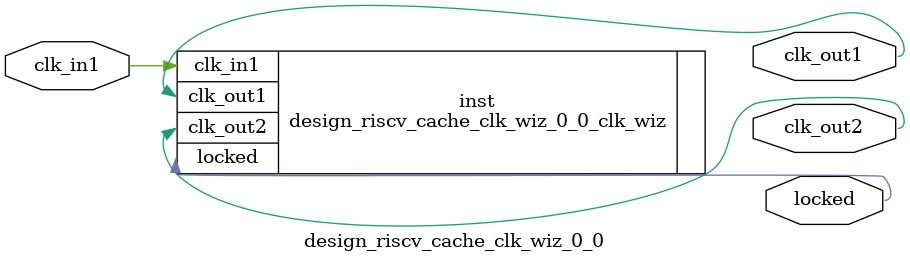
<source format=v>


`timescale 1ps/1ps

(* CORE_GENERATION_INFO = "design_riscv_cache_clk_wiz_0_0,clk_wiz_v6_0_9_0_0,{component_name=design_riscv_cache_clk_wiz_0_0,use_phase_alignment=true,use_min_o_jitter=false,use_max_i_jitter=false,use_dyn_phase_shift=false,use_inclk_switchover=false,use_dyn_reconfig=false,enable_axi=0,feedback_source=FDBK_AUTO,PRIMITIVE=MMCM,num_out_clk=2,clkin1_period=10.000,clkin2_period=10.000,use_power_down=false,use_reset=false,use_locked=true,use_inclk_stopped=false,feedback_type=SINGLE,CLOCK_MGR_TYPE=NA,manual_override=false}" *)

module design_riscv_cache_clk_wiz_0_0 
 (
  // Clock out ports
  output        clk_out1,
  output        clk_out2,
  // Status and control signals
  output        locked,
 // Clock in ports
  input         clk_in1
 );

  design_riscv_cache_clk_wiz_0_0_clk_wiz inst
  (
  // Clock out ports  
  .clk_out1(clk_out1),
  .clk_out2(clk_out2),
  // Status and control signals               
  .locked(locked),
 // Clock in ports
  .clk_in1(clk_in1)
  );

endmodule

</source>
